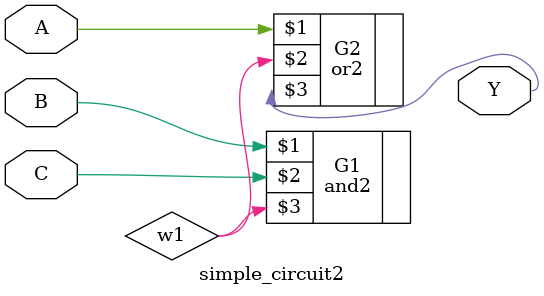
<source format=v>
module simple_circuit2(A, B, C, Y);
input A, B, C;
output Y;
wire w1;
and2 G1(B, C, w1);
or2 G2(A, w1, Y);
endmodule
</source>
